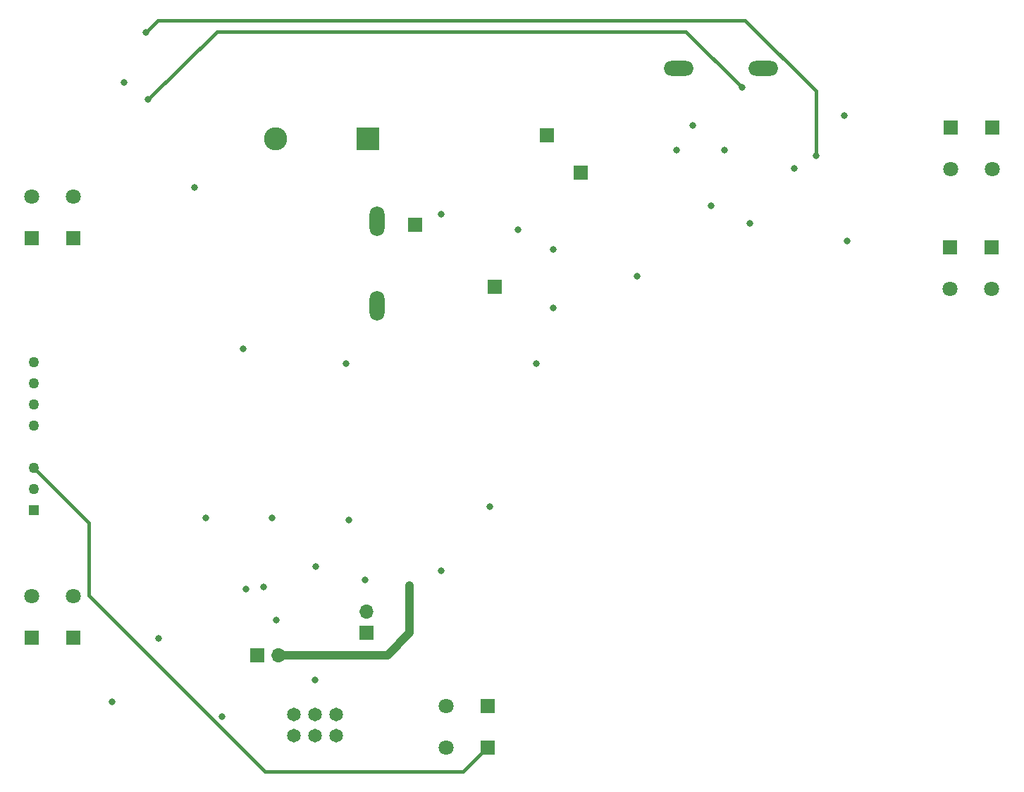
<source format=gbl>
G04 #@! TF.GenerationSoftware,KiCad,Pcbnew,(5.1.10)-1*
G04 #@! TF.CreationDate,2022-04-05T17:30:23-07:00*
G04 #@! TF.ProjectId,RacingTeam,52616369-6e67-4546-9561-6d2e6b696361,rev?*
G04 #@! TF.SameCoordinates,Original*
G04 #@! TF.FileFunction,Copper,L4,Bot*
G04 #@! TF.FilePolarity,Positive*
%FSLAX46Y46*%
G04 Gerber Fmt 4.6, Leading zero omitted, Abs format (unit mm)*
G04 Created by KiCad (PCBNEW (5.1.10)-1) date 2022-04-05 17:30:23*
%MOMM*%
%LPD*%
G01*
G04 APERTURE LIST*
G04 #@! TA.AperFunction,ComponentPad*
%ADD10O,1.700000X1.700000*%
G04 #@! TD*
G04 #@! TA.AperFunction,ComponentPad*
%ADD11R,1.700000X1.700000*%
G04 #@! TD*
G04 #@! TA.AperFunction,ComponentPad*
%ADD12R,1.800000X1.800000*%
G04 #@! TD*
G04 #@! TA.AperFunction,ComponentPad*
%ADD13C,1.800000*%
G04 #@! TD*
G04 #@! TA.AperFunction,ComponentPad*
%ADD14O,3.581400X1.790700*%
G04 #@! TD*
G04 #@! TA.AperFunction,ComponentPad*
%ADD15O,1.790700X3.581400*%
G04 #@! TD*
G04 #@! TA.AperFunction,ComponentPad*
%ADD16C,2.781300*%
G04 #@! TD*
G04 #@! TA.AperFunction,ComponentPad*
%ADD17R,2.781300X2.781300*%
G04 #@! TD*
G04 #@! TA.AperFunction,ComponentPad*
%ADD18C,1.650000*%
G04 #@! TD*
G04 #@! TA.AperFunction,ComponentPad*
%ADD19C,1.258000*%
G04 #@! TD*
G04 #@! TA.AperFunction,ComponentPad*
%ADD20R,1.258000X1.258000*%
G04 #@! TD*
G04 #@! TA.AperFunction,ViaPad*
%ADD21C,0.800000*%
G04 #@! TD*
G04 #@! TA.AperFunction,Conductor*
%ADD22C,0.400000*%
G04 #@! TD*
G04 #@! TA.AperFunction,Conductor*
%ADD23C,1.000000*%
G04 #@! TD*
G04 #@! TA.AperFunction,Conductor*
%ADD24C,0.250000*%
G04 #@! TD*
G04 APERTURE END LIST*
D10*
G04 #@! TO.P,JP2,2*
G04 #@! TO.N,/OBLEDRed*
X153400000Y-103300000D03*
D11*
G04 #@! TO.P,JP2,1*
G04 #@! TO.N,/RED+*
X153400000Y-105840000D03*
G04 #@! TD*
G04 #@! TO.P,JP1,1*
G04 #@! TO.N,/OBLEDGreen*
X140250000Y-108500000D03*
D10*
G04 #@! TO.P,JP1,2*
G04 #@! TO.N,/Green+*
X142790000Y-108500000D03*
G04 #@! TD*
D11*
G04 #@! TO.P,J4,1*
G04 #@! TO.N,/TSALRef*
X168800000Y-64300000D03*
G04 #@! TD*
D12*
G04 #@! TO.P,J6,1*
G04 #@! TO.N,/PreChargeON*
X228500000Y-59500000D03*
D13*
G04 #@! TO.P,J6,2*
G04 #@! TO.N,/PrechargeRelayOut*
X228500000Y-64500000D03*
D12*
G04 #@! TO.P,J6,1*
G04 #@! TO.N,/PreChargeON*
X223500000Y-59500000D03*
D13*
G04 #@! TO.P,J6,2*
G04 #@! TO.N,/PrechargeRelayOut*
X223500000Y-64500000D03*
G04 #@! TD*
G04 #@! TO.P,J7,2*
G04 #@! TO.N,/AIRON*
X223600000Y-50100000D03*
D12*
G04 #@! TO.P,J7,1*
G04 #@! TO.N,+12V*
X223600000Y-45100000D03*
D13*
G04 #@! TO.P,J7,2*
G04 #@! TO.N,/AIRON*
X228600000Y-50100000D03*
D12*
G04 #@! TO.P,J7,1*
G04 #@! TO.N,+12V*
X228600000Y-45100000D03*
G04 #@! TD*
D11*
G04 #@! TO.P,J2,1*
G04 #@! TO.N,/PrechargeTP-*
X179120000Y-50580000D03*
G04 #@! TD*
G04 #@! TO.P,J3,1*
G04 #@! TO.N,/PrechargeTP+*
X175100000Y-46100000D03*
G04 #@! TD*
D14*
G04 #@! TO.P,D1,2*
G04 #@! TO.N,GND*
X201080000Y-38000000D03*
G04 #@! TO.P,D1,1*
G04 #@! TO.N,/PrechargeBus*
X190920000Y-38000000D03*
G04 #@! TD*
D15*
G04 #@! TO.P,D2,1*
G04 #@! TO.N,/BusRefTSAL*
X154700000Y-66560000D03*
G04 #@! TO.P,D2,2*
G04 #@! TO.N,GND*
X154700000Y-56400000D03*
G04 #@! TD*
D11*
G04 #@! TO.P,J5,1*
G04 #@! TO.N,/BusRefTSAL*
X159200000Y-56800000D03*
G04 #@! TD*
D16*
G04 #@! TO.P,J1,2*
G04 #@! TO.N,/BusReturn*
X142437400Y-46500000D03*
D17*
G04 #@! TO.P,J1,1*
G04 #@! TO.N,/BusLine*
X153562600Y-46500000D03*
G04 #@! TD*
D13*
G04 #@! TO.P,J8,2*
G04 #@! TO.N,/DischargeIn*
X118200000Y-53400000D03*
D12*
G04 #@! TO.P,J8,1*
G04 #@! TO.N,/DischargeOut*
X118200000Y-58400000D03*
D13*
G04 #@! TO.P,J8,2*
G04 #@! TO.N,/DischargeIn*
X113200000Y-53400000D03*
D12*
G04 #@! TO.P,J8,1*
G04 #@! TO.N,/DischargeOut*
X113200000Y-58400000D03*
G04 #@! TD*
D13*
G04 #@! TO.P,J11,2*
G04 #@! TO.N,GLV-*
X163000000Y-114600000D03*
D12*
G04 #@! TO.P,J11,1*
G04 #@! TO.N,/Shutdown*
X168000000Y-114600000D03*
D13*
G04 #@! TO.P,J11,2*
G04 #@! TO.N,GLV-*
X163000000Y-119600000D03*
D12*
G04 #@! TO.P,J11,1*
G04 #@! TO.N,/Shutdown*
X168000000Y-119600000D03*
G04 #@! TD*
D18*
G04 #@! TO.P,J9,5*
G04 #@! TO.N,GLV-*
X149740000Y-118170000D03*
G04 #@! TO.P,J9,6*
X149740000Y-115630000D03*
G04 #@! TO.P,J9,3*
X147200000Y-118170000D03*
G04 #@! TO.P,J9,4*
G04 #@! TO.N,/RED+*
X147200000Y-115630000D03*
G04 #@! TO.P,J9,1*
G04 #@! TO.N,GLV+*
X144660000Y-118170000D03*
G04 #@! TO.P,J9,2*
G04 #@! TO.N,/Green+*
X144660000Y-115630000D03*
G04 #@! TD*
D12*
G04 #@! TO.P,J10,1*
G04 #@! TO.N,+BATT*
X113200000Y-106400000D03*
D13*
G04 #@! TO.P,J10,2*
G04 #@! TO.N,GLV-*
X113200000Y-101400000D03*
D12*
G04 #@! TO.P,J10,1*
G04 #@! TO.N,+BATT*
X118200000Y-106400000D03*
D13*
G04 #@! TO.P,J10,2*
G04 #@! TO.N,GLV-*
X118200000Y-101400000D03*
G04 #@! TD*
D19*
G04 #@! TO.P,PS1,8*
G04 #@! TO.N,Net-(PS1-Pad8)*
X113415000Y-73320000D03*
G04 #@! TO.P,PS1,7*
G04 #@! TO.N,GND*
X113415000Y-75860000D03*
G04 #@! TO.P,PS1,6*
G04 #@! TO.N,+12V*
X113415000Y-78400000D03*
G04 #@! TO.P,PS1,5*
G04 #@! TO.N,Net-(PS1-Pad5)*
X113415000Y-80940000D03*
G04 #@! TO.P,PS1,3*
G04 #@! TO.N,/Shutdown*
X113415000Y-86020000D03*
G04 #@! TO.P,PS1,2*
G04 #@! TO.N,+BATT*
X113415000Y-88560000D03*
D20*
G04 #@! TO.P,PS1,1*
G04 #@! TO.N,GLV-*
X113415000Y-91100000D03*
G04 #@! TD*
D21*
G04 #@! TO.N,+12V*
X138550000Y-71700000D03*
X162350000Y-55500000D03*
X210800000Y-43700000D03*
X196375000Y-47800000D03*
X192575000Y-44850000D03*
X185900000Y-63025000D03*
X173825000Y-73500000D03*
X199450000Y-56600000D03*
X124300000Y-39700000D03*
G04 #@! TO.N,GLV+*
X138900000Y-100600000D03*
X151300000Y-92300000D03*
X136000000Y-115900000D03*
X147250000Y-111500000D03*
X153200000Y-99500000D03*
X141000000Y-100300000D03*
X168180000Y-90680000D03*
G04 #@! TO.N,GND*
X150900000Y-73500000D03*
X171600000Y-57400000D03*
X211150000Y-58800000D03*
X204825000Y-50050000D03*
X194840000Y-54490000D03*
X190650000Y-47825000D03*
X132700000Y-52300000D03*
X175850000Y-59800000D03*
X175800000Y-66775000D03*
G04 #@! TO.N,/AIRON*
X198500000Y-40325000D03*
X127190000Y-41750000D03*
G04 #@! TO.N,/Green+*
X158600000Y-100200000D03*
G04 #@! TO.N,GLV-*
X134100000Y-92000000D03*
X162400000Y-98400000D03*
X142550000Y-104300000D03*
X122800000Y-114150000D03*
X128450000Y-106500000D03*
X147300000Y-97900000D03*
X142060000Y-92000000D03*
G04 #@! TO.N,/PreChargeON*
X207400000Y-48550000D03*
X126900000Y-33700000D03*
G04 #@! TD*
D22*
G04 #@! TO.N,/AIRON*
X191750000Y-33575000D02*
X198500000Y-40325000D01*
X135425000Y-33575000D02*
X191750000Y-33575000D01*
X127190000Y-41750000D02*
X135425000Y-33575000D01*
D23*
G04 #@! TO.N,/Green+*
X153565002Y-108500000D02*
X142790000Y-108500000D01*
X155950000Y-108500000D02*
X153565002Y-108500000D01*
X158600000Y-105850000D02*
X155950000Y-108500000D01*
X158600000Y-100200000D02*
X158600000Y-105850000D01*
D24*
G04 #@! TO.N,/Shutdown*
X168000000Y-119600000D02*
X167900000Y-119600000D01*
D22*
X120000000Y-92605000D02*
X113415000Y-86020000D01*
X120000000Y-101318002D02*
X120000000Y-92605000D01*
X141181998Y-122500000D02*
X120000000Y-101318002D01*
X165000000Y-122500000D02*
X141181998Y-122500000D01*
X167900000Y-119600000D02*
X165000000Y-122500000D01*
G04 #@! TO.N,/PreChargeON*
X129625000Y-32225000D02*
X129300000Y-32225000D01*
X129075000Y-32225000D02*
X129625000Y-32225000D01*
X207400000Y-40750000D02*
X198875000Y-32225000D01*
X198875000Y-32225000D02*
X129625000Y-32225000D01*
X207400000Y-48550000D02*
X207400000Y-40750000D01*
X128375000Y-32225000D02*
X126900000Y-33700000D01*
X129075000Y-32225000D02*
X128375000Y-32225000D01*
G04 #@! TD*
M02*

</source>
